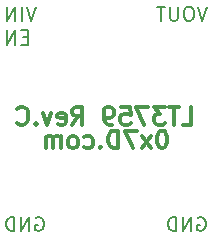
<source format=gbr>
G04 #@! TF.GenerationSoftware,KiCad,Pcbnew,(5.0.0)*
G04 #@! TF.CreationDate,2018-09-03T15:40:08-07:00*
G04 #@! TF.ProjectId,nixie_psu_breakout,6E697869655F7073755F627265616B6F,rev?*
G04 #@! TF.SameCoordinates,Original*
G04 #@! TF.FileFunction,Legend,Bot*
G04 #@! TF.FilePolarity,Positive*
%FSLAX46Y46*%
G04 Gerber Fmt 4.6, Leading zero omitted, Abs format (unit mm)*
G04 Created by KiCad (PCBNEW (5.0.0)) date 09/03/18 15:40:08*
%MOMM*%
%LPD*%
G01*
G04 APERTURE LIST*
%ADD10C,0.300000*%
%ADD11C,0.200000*%
G04 APERTURE END LIST*
D10*
X143207142Y-90678571D02*
X143921428Y-90678571D01*
X143921428Y-89178571D01*
X142921428Y-89178571D02*
X142064285Y-89178571D01*
X142492857Y-90678571D02*
X142492857Y-89178571D01*
X141707142Y-89178571D02*
X140778571Y-89178571D01*
X141278571Y-89750000D01*
X141064285Y-89750000D01*
X140921428Y-89821428D01*
X140850000Y-89892857D01*
X140778571Y-90035714D01*
X140778571Y-90392857D01*
X140850000Y-90535714D01*
X140921428Y-90607142D01*
X141064285Y-90678571D01*
X141492857Y-90678571D01*
X141635714Y-90607142D01*
X141707142Y-90535714D01*
X140278571Y-89178571D02*
X139278571Y-89178571D01*
X139921428Y-90678571D01*
X137992857Y-89178571D02*
X138707142Y-89178571D01*
X138778571Y-89892857D01*
X138707142Y-89821428D01*
X138564285Y-89750000D01*
X138207142Y-89750000D01*
X138064285Y-89821428D01*
X137992857Y-89892857D01*
X137921428Y-90035714D01*
X137921428Y-90392857D01*
X137992857Y-90535714D01*
X138064285Y-90607142D01*
X138207142Y-90678571D01*
X138564285Y-90678571D01*
X138707142Y-90607142D01*
X138778571Y-90535714D01*
X137207142Y-90678571D02*
X136921428Y-90678571D01*
X136778571Y-90607142D01*
X136707142Y-90535714D01*
X136564285Y-90321428D01*
X136492857Y-90035714D01*
X136492857Y-89464285D01*
X136564285Y-89321428D01*
X136635714Y-89250000D01*
X136778571Y-89178571D01*
X137064285Y-89178571D01*
X137207142Y-89250000D01*
X137278571Y-89321428D01*
X137350000Y-89464285D01*
X137350000Y-89821428D01*
X137278571Y-89964285D01*
X137207142Y-90035714D01*
X137064285Y-90107142D01*
X136778571Y-90107142D01*
X136635714Y-90035714D01*
X136564285Y-89964285D01*
X136492857Y-89821428D01*
X133850000Y-90678571D02*
X134350000Y-89964285D01*
X134707142Y-90678571D02*
X134707142Y-89178571D01*
X134135714Y-89178571D01*
X133992857Y-89250000D01*
X133921428Y-89321428D01*
X133850000Y-89464285D01*
X133850000Y-89678571D01*
X133921428Y-89821428D01*
X133992857Y-89892857D01*
X134135714Y-89964285D01*
X134707142Y-89964285D01*
X132635714Y-90607142D02*
X132778571Y-90678571D01*
X133064285Y-90678571D01*
X133207142Y-90607142D01*
X133278571Y-90464285D01*
X133278571Y-89892857D01*
X133207142Y-89750000D01*
X133064285Y-89678571D01*
X132778571Y-89678571D01*
X132635714Y-89750000D01*
X132564285Y-89892857D01*
X132564285Y-90035714D01*
X133278571Y-90178571D01*
X132064285Y-89678571D02*
X131707142Y-90678571D01*
X131350000Y-89678571D01*
X130778571Y-90535714D02*
X130707142Y-90607142D01*
X130778571Y-90678571D01*
X130850000Y-90607142D01*
X130778571Y-90535714D01*
X130778571Y-90678571D01*
X129207142Y-90535714D02*
X129278571Y-90607142D01*
X129492857Y-90678571D01*
X129635714Y-90678571D01*
X129850000Y-90607142D01*
X129992857Y-90464285D01*
X130064285Y-90321428D01*
X130135714Y-90035714D01*
X130135714Y-89821428D01*
X130064285Y-89535714D01*
X129992857Y-89392857D01*
X129850000Y-89250000D01*
X129635714Y-89178571D01*
X129492857Y-89178571D01*
X129278571Y-89250000D01*
X129207142Y-89321428D01*
X141521428Y-91178571D02*
X141378571Y-91178571D01*
X141235714Y-91250000D01*
X141164285Y-91321428D01*
X141092857Y-91464285D01*
X141021428Y-91750000D01*
X141021428Y-92107142D01*
X141092857Y-92392857D01*
X141164285Y-92535714D01*
X141235714Y-92607142D01*
X141378571Y-92678571D01*
X141521428Y-92678571D01*
X141664285Y-92607142D01*
X141735714Y-92535714D01*
X141807142Y-92392857D01*
X141878571Y-92107142D01*
X141878571Y-91750000D01*
X141807142Y-91464285D01*
X141735714Y-91321428D01*
X141664285Y-91250000D01*
X141521428Y-91178571D01*
X140521428Y-92678571D02*
X139735714Y-91678571D01*
X140521428Y-91678571D02*
X139735714Y-92678571D01*
X139307142Y-91178571D02*
X138307142Y-91178571D01*
X138950000Y-92678571D01*
X137735714Y-92678571D02*
X137735714Y-91178571D01*
X137378571Y-91178571D01*
X137164285Y-91250000D01*
X137021428Y-91392857D01*
X136950000Y-91535714D01*
X136878571Y-91821428D01*
X136878571Y-92035714D01*
X136950000Y-92321428D01*
X137021428Y-92464285D01*
X137164285Y-92607142D01*
X137378571Y-92678571D01*
X137735714Y-92678571D01*
X136235714Y-92535714D02*
X136164285Y-92607142D01*
X136235714Y-92678571D01*
X136307142Y-92607142D01*
X136235714Y-92535714D01*
X136235714Y-92678571D01*
X134878571Y-92607142D02*
X135021428Y-92678571D01*
X135307142Y-92678571D01*
X135450000Y-92607142D01*
X135521428Y-92535714D01*
X135592857Y-92392857D01*
X135592857Y-91964285D01*
X135521428Y-91821428D01*
X135450000Y-91750000D01*
X135307142Y-91678571D01*
X135021428Y-91678571D01*
X134878571Y-91750000D01*
X134021428Y-92678571D02*
X134164285Y-92607142D01*
X134235714Y-92535714D01*
X134307142Y-92392857D01*
X134307142Y-91964285D01*
X134235714Y-91821428D01*
X134164285Y-91750000D01*
X134021428Y-91678571D01*
X133807142Y-91678571D01*
X133664285Y-91750000D01*
X133592857Y-91821428D01*
X133521428Y-91964285D01*
X133521428Y-92392857D01*
X133592857Y-92535714D01*
X133664285Y-92607142D01*
X133807142Y-92678571D01*
X134021428Y-92678571D01*
X132878571Y-92678571D02*
X132878571Y-91678571D01*
X132878571Y-91821428D02*
X132807142Y-91750000D01*
X132664285Y-91678571D01*
X132450000Y-91678571D01*
X132307142Y-91750000D01*
X132235714Y-91892857D01*
X132235714Y-92678571D01*
X132235714Y-91892857D02*
X132164285Y-91750000D01*
X132021428Y-91678571D01*
X131807142Y-91678571D01*
X131664285Y-91750000D01*
X131592857Y-91892857D01*
X131592857Y-92678571D01*
D11*
X145255714Y-80692857D02*
X144855714Y-81892857D01*
X144455714Y-80692857D01*
X143827142Y-80692857D02*
X143598571Y-80692857D01*
X143484285Y-80750000D01*
X143370000Y-80864285D01*
X143312857Y-81092857D01*
X143312857Y-81492857D01*
X143370000Y-81721428D01*
X143484285Y-81835714D01*
X143598571Y-81892857D01*
X143827142Y-81892857D01*
X143941428Y-81835714D01*
X144055714Y-81721428D01*
X144112857Y-81492857D01*
X144112857Y-81092857D01*
X144055714Y-80864285D01*
X143941428Y-80750000D01*
X143827142Y-80692857D01*
X142798571Y-80692857D02*
X142798571Y-81664285D01*
X142741428Y-81778571D01*
X142684285Y-81835714D01*
X142570000Y-81892857D01*
X142341428Y-81892857D01*
X142227142Y-81835714D01*
X142170000Y-81778571D01*
X142112857Y-81664285D01*
X142112857Y-80692857D01*
X141712857Y-80692857D02*
X141027142Y-80692857D01*
X141370000Y-81892857D02*
X141370000Y-80692857D01*
X144455714Y-98550000D02*
X144570000Y-98492857D01*
X144741428Y-98492857D01*
X144912857Y-98550000D01*
X145027142Y-98664285D01*
X145084285Y-98778571D01*
X145141428Y-99007142D01*
X145141428Y-99178571D01*
X145084285Y-99407142D01*
X145027142Y-99521428D01*
X144912857Y-99635714D01*
X144741428Y-99692857D01*
X144627142Y-99692857D01*
X144455714Y-99635714D01*
X144398571Y-99578571D01*
X144398571Y-99178571D01*
X144627142Y-99178571D01*
X143884285Y-99692857D02*
X143884285Y-98492857D01*
X143198571Y-99692857D01*
X143198571Y-98492857D01*
X142627142Y-99692857D02*
X142627142Y-98492857D01*
X142341428Y-98492857D01*
X142170000Y-98550000D01*
X142055714Y-98664285D01*
X141998571Y-98778571D01*
X141941428Y-99007142D01*
X141941428Y-99178571D01*
X141998571Y-99407142D01*
X142055714Y-99521428D01*
X142170000Y-99635714D01*
X142341428Y-99692857D01*
X142627142Y-99692857D01*
X130087142Y-83264285D02*
X129687142Y-83264285D01*
X129515714Y-83892857D02*
X130087142Y-83892857D01*
X130087142Y-82692857D01*
X129515714Y-82692857D01*
X129001428Y-83892857D02*
X129001428Y-82692857D01*
X128315714Y-83892857D01*
X128315714Y-82692857D01*
X130772857Y-98550000D02*
X130887142Y-98492857D01*
X131058571Y-98492857D01*
X131230000Y-98550000D01*
X131344285Y-98664285D01*
X131401428Y-98778571D01*
X131458571Y-99007142D01*
X131458571Y-99178571D01*
X131401428Y-99407142D01*
X131344285Y-99521428D01*
X131230000Y-99635714D01*
X131058571Y-99692857D01*
X130944285Y-99692857D01*
X130772857Y-99635714D01*
X130715714Y-99578571D01*
X130715714Y-99178571D01*
X130944285Y-99178571D01*
X130201428Y-99692857D02*
X130201428Y-98492857D01*
X129515714Y-99692857D01*
X129515714Y-98492857D01*
X128944285Y-99692857D02*
X128944285Y-98492857D01*
X128658571Y-98492857D01*
X128487142Y-98550000D01*
X128372857Y-98664285D01*
X128315714Y-98778571D01*
X128258571Y-99007142D01*
X128258571Y-99178571D01*
X128315714Y-99407142D01*
X128372857Y-99521428D01*
X128487142Y-99635714D01*
X128658571Y-99692857D01*
X128944285Y-99692857D01*
X130772857Y-80692857D02*
X130372857Y-81892857D01*
X129972857Y-80692857D01*
X129572857Y-81892857D02*
X129572857Y-80692857D01*
X129001428Y-81892857D02*
X129001428Y-80692857D01*
X128315714Y-81892857D01*
X128315714Y-80692857D01*
M02*

</source>
